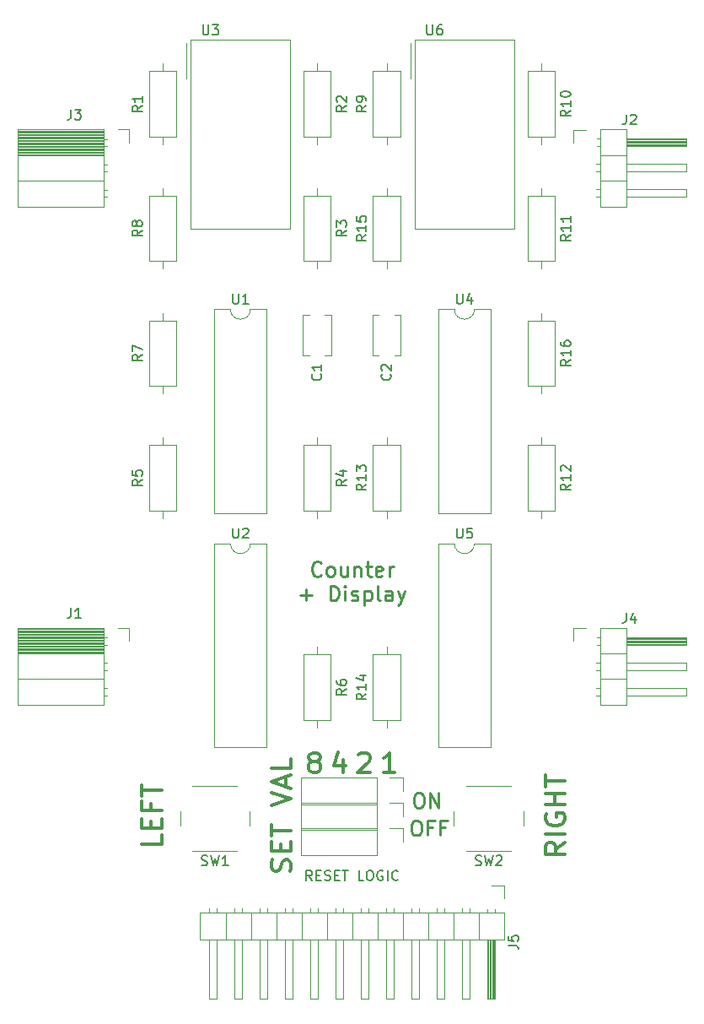
<source format=gto>
G04 #@! TF.GenerationSoftware,KiCad,Pcbnew,6.0.1-79c1e3a40b~116~ubuntu21.04.1*
G04 #@! TF.CreationDate,2022-02-15T17:04:31-05:00*
G04 #@! TF.ProjectId,display_module,64697370-6c61-4795-9f6d-6f64756c652e,rev?*
G04 #@! TF.SameCoordinates,Original*
G04 #@! TF.FileFunction,Legend,Top*
G04 #@! TF.FilePolarity,Positive*
%FSLAX46Y46*%
G04 Gerber Fmt 4.6, Leading zero omitted, Abs format (unit mm)*
G04 Created by KiCad (PCBNEW 6.0.1-79c1e3a40b~116~ubuntu21.04.1) date 2022-02-15 17:04:31*
%MOMM*%
%LPD*%
G01*
G04 APERTURE LIST*
%ADD10C,0.225000*%
%ADD11C,0.300000*%
%ADD12C,0.150000*%
%ADD13C,0.120000*%
%ADD14R,1.700000X1.700000*%
%ADD15O,1.700000X1.700000*%
%ADD16R,1.500000X1.500000*%
%ADD17C,1.500000*%
%ADD18R,1.600000X1.600000*%
%ADD19O,1.600000X1.600000*%
%ADD20C,1.600000*%
%ADD21C,2.000000*%
G04 APERTURE END LIST*
D10*
X102321428Y-124928571D02*
X102607142Y-124928571D01*
X102750000Y-125000000D01*
X102892857Y-125142857D01*
X102964285Y-125428571D01*
X102964285Y-125928571D01*
X102892857Y-126214285D01*
X102750000Y-126357142D01*
X102607142Y-126428571D01*
X102321428Y-126428571D01*
X102178571Y-126357142D01*
X102035714Y-126214285D01*
X101964285Y-125928571D01*
X101964285Y-125428571D01*
X102035714Y-125142857D01*
X102178571Y-125000000D01*
X102321428Y-124928571D01*
X104107142Y-125642857D02*
X103607142Y-125642857D01*
X103607142Y-126428571D02*
X103607142Y-124928571D01*
X104321428Y-124928571D01*
X105392857Y-125642857D02*
X104892857Y-125642857D01*
X104892857Y-126428571D02*
X104892857Y-124928571D01*
X105607142Y-124928571D01*
D11*
X117404761Y-127166666D02*
X116452380Y-127833333D01*
X117404761Y-128309523D02*
X115404761Y-128309523D01*
X115404761Y-127547619D01*
X115500000Y-127357142D01*
X115595238Y-127261904D01*
X115785714Y-127166666D01*
X116071428Y-127166666D01*
X116261904Y-127261904D01*
X116357142Y-127357142D01*
X116452380Y-127547619D01*
X116452380Y-128309523D01*
X117404761Y-126309523D02*
X115404761Y-126309523D01*
X115500000Y-124309523D02*
X115404761Y-124500000D01*
X115404761Y-124785714D01*
X115500000Y-125071428D01*
X115690476Y-125261904D01*
X115880952Y-125357142D01*
X116261904Y-125452380D01*
X116547619Y-125452380D01*
X116928571Y-125357142D01*
X117119047Y-125261904D01*
X117309523Y-125071428D01*
X117404761Y-124785714D01*
X117404761Y-124595238D01*
X117309523Y-124309523D01*
X117214285Y-124214285D01*
X116547619Y-124214285D01*
X116547619Y-124595238D01*
X117404761Y-123357142D02*
X115404761Y-123357142D01*
X116357142Y-123357142D02*
X116357142Y-122214285D01*
X117404761Y-122214285D02*
X115404761Y-122214285D01*
X115404761Y-121547619D02*
X115404761Y-120404761D01*
X117404761Y-120976190D02*
X115404761Y-120976190D01*
X96678571Y-118345238D02*
X96773809Y-118250000D01*
X96964285Y-118154761D01*
X97440476Y-118154761D01*
X97630952Y-118250000D01*
X97726190Y-118345238D01*
X97821428Y-118535714D01*
X97821428Y-118726190D01*
X97726190Y-119011904D01*
X96583333Y-120154761D01*
X97821428Y-120154761D01*
D12*
X92000000Y-130952380D02*
X91666666Y-130476190D01*
X91428571Y-130952380D02*
X91428571Y-129952380D01*
X91809523Y-129952380D01*
X91904761Y-130000000D01*
X91952380Y-130047619D01*
X92000000Y-130142857D01*
X92000000Y-130285714D01*
X91952380Y-130380952D01*
X91904761Y-130428571D01*
X91809523Y-130476190D01*
X91428571Y-130476190D01*
X92428571Y-130428571D02*
X92761904Y-130428571D01*
X92904761Y-130952380D02*
X92428571Y-130952380D01*
X92428571Y-129952380D01*
X92904761Y-129952380D01*
X93285714Y-130904761D02*
X93428571Y-130952380D01*
X93666666Y-130952380D01*
X93761904Y-130904761D01*
X93809523Y-130857142D01*
X93857142Y-130761904D01*
X93857142Y-130666666D01*
X93809523Y-130571428D01*
X93761904Y-130523809D01*
X93666666Y-130476190D01*
X93476190Y-130428571D01*
X93380952Y-130380952D01*
X93333333Y-130333333D01*
X93285714Y-130238095D01*
X93285714Y-130142857D01*
X93333333Y-130047619D01*
X93380952Y-130000000D01*
X93476190Y-129952380D01*
X93714285Y-129952380D01*
X93857142Y-130000000D01*
X94285714Y-130428571D02*
X94619047Y-130428571D01*
X94761904Y-130952380D02*
X94285714Y-130952380D01*
X94285714Y-129952380D01*
X94761904Y-129952380D01*
X95047619Y-129952380D02*
X95619047Y-129952380D01*
X95333333Y-130952380D02*
X95333333Y-129952380D01*
X97190476Y-130952380D02*
X96714285Y-130952380D01*
X96714285Y-129952380D01*
X97714285Y-129952380D02*
X97904761Y-129952380D01*
X98000000Y-130000000D01*
X98095238Y-130095238D01*
X98142857Y-130285714D01*
X98142857Y-130619047D01*
X98095238Y-130809523D01*
X98000000Y-130904761D01*
X97904761Y-130952380D01*
X97714285Y-130952380D01*
X97619047Y-130904761D01*
X97523809Y-130809523D01*
X97476190Y-130619047D01*
X97476190Y-130285714D01*
X97523809Y-130095238D01*
X97619047Y-130000000D01*
X97714285Y-129952380D01*
X99095238Y-130000000D02*
X99000000Y-129952380D01*
X98857142Y-129952380D01*
X98714285Y-130000000D01*
X98619047Y-130095238D01*
X98571428Y-130190476D01*
X98523809Y-130380952D01*
X98523809Y-130523809D01*
X98571428Y-130714285D01*
X98619047Y-130809523D01*
X98714285Y-130904761D01*
X98857142Y-130952380D01*
X98952380Y-130952380D01*
X99095238Y-130904761D01*
X99142857Y-130857142D01*
X99142857Y-130523809D01*
X98952380Y-130523809D01*
X99571428Y-130952380D02*
X99571428Y-129952380D01*
X100619047Y-130857142D02*
X100571428Y-130904761D01*
X100428571Y-130952380D01*
X100333333Y-130952380D01*
X100190476Y-130904761D01*
X100095238Y-130809523D01*
X100047619Y-130714285D01*
X100000000Y-130523809D01*
X100000000Y-130380952D01*
X100047619Y-130190476D01*
X100095238Y-130095238D01*
X100190476Y-130000000D01*
X100333333Y-129952380D01*
X100428571Y-129952380D01*
X100571428Y-130000000D01*
X100619047Y-130047619D01*
D11*
X95130952Y-118821428D02*
X95130952Y-120154761D01*
X94654761Y-118059523D02*
X94178571Y-119488095D01*
X95416666Y-119488095D01*
D10*
X102571428Y-122178571D02*
X102857142Y-122178571D01*
X103000000Y-122250000D01*
X103142857Y-122392857D01*
X103214285Y-122678571D01*
X103214285Y-123178571D01*
X103142857Y-123464285D01*
X103000000Y-123607142D01*
X102857142Y-123678571D01*
X102571428Y-123678571D01*
X102428571Y-123607142D01*
X102285714Y-123464285D01*
X102214285Y-123178571D01*
X102214285Y-122678571D01*
X102285714Y-122392857D01*
X102428571Y-122250000D01*
X102571428Y-122178571D01*
X103857142Y-123678571D02*
X103857142Y-122178571D01*
X104714285Y-123678571D01*
X104714285Y-122178571D01*
D11*
X100321428Y-120154761D02*
X99178571Y-120154761D01*
X99750000Y-120154761D02*
X99750000Y-118154761D01*
X99559523Y-118440476D01*
X99369047Y-118630952D01*
X99178571Y-118726190D01*
X76904761Y-126404761D02*
X76904761Y-127357142D01*
X74904761Y-127357142D01*
X75857142Y-125738095D02*
X75857142Y-125071428D01*
X76904761Y-124785714D02*
X76904761Y-125738095D01*
X74904761Y-125738095D01*
X74904761Y-124785714D01*
X75857142Y-123261904D02*
X75857142Y-123928571D01*
X76904761Y-123928571D02*
X74904761Y-123928571D01*
X74904761Y-122976190D01*
X74904761Y-122500000D02*
X74904761Y-121357142D01*
X76904761Y-121928571D02*
X74904761Y-121928571D01*
X92059523Y-119011904D02*
X91869047Y-118916666D01*
X91773809Y-118821428D01*
X91678571Y-118630952D01*
X91678571Y-118535714D01*
X91773809Y-118345238D01*
X91869047Y-118250000D01*
X92059523Y-118154761D01*
X92440476Y-118154761D01*
X92630952Y-118250000D01*
X92726190Y-118345238D01*
X92821428Y-118535714D01*
X92821428Y-118630952D01*
X92726190Y-118821428D01*
X92630952Y-118916666D01*
X92440476Y-119011904D01*
X92059523Y-119011904D01*
X91869047Y-119107142D01*
X91773809Y-119202380D01*
X91678571Y-119392857D01*
X91678571Y-119773809D01*
X91773809Y-119964285D01*
X91869047Y-120059523D01*
X92059523Y-120154761D01*
X92440476Y-120154761D01*
X92630952Y-120059523D01*
X92726190Y-119964285D01*
X92821428Y-119773809D01*
X92821428Y-119392857D01*
X92726190Y-119202380D01*
X92630952Y-119107142D01*
X92440476Y-119011904D01*
X89809523Y-130023809D02*
X89904761Y-129738095D01*
X89904761Y-129261904D01*
X89809523Y-129071428D01*
X89714285Y-128976190D01*
X89523809Y-128880952D01*
X89333333Y-128880952D01*
X89142857Y-128976190D01*
X89047619Y-129071428D01*
X88952380Y-129261904D01*
X88857142Y-129642857D01*
X88761904Y-129833333D01*
X88666666Y-129928571D01*
X88476190Y-130023809D01*
X88285714Y-130023809D01*
X88095238Y-129928571D01*
X88000000Y-129833333D01*
X87904761Y-129642857D01*
X87904761Y-129166666D01*
X88000000Y-128880952D01*
X88857142Y-128023809D02*
X88857142Y-127357142D01*
X89904761Y-127071428D02*
X89904761Y-128023809D01*
X87904761Y-128023809D01*
X87904761Y-127071428D01*
X87904761Y-126500000D02*
X87904761Y-125357142D01*
X89904761Y-125928571D02*
X87904761Y-125928571D01*
X87904761Y-123452380D02*
X89904761Y-122785714D01*
X87904761Y-122119047D01*
X89333333Y-121547619D02*
X89333333Y-120595238D01*
X89904761Y-121738095D02*
X87904761Y-121071428D01*
X89904761Y-120404761D01*
X89904761Y-118785714D02*
X89904761Y-119738095D01*
X87904761Y-119738095D01*
D10*
X92892857Y-100328214D02*
X92821428Y-100399642D01*
X92607142Y-100471071D01*
X92464285Y-100471071D01*
X92250000Y-100399642D01*
X92107142Y-100256785D01*
X92035714Y-100113928D01*
X91964285Y-99828214D01*
X91964285Y-99613928D01*
X92035714Y-99328214D01*
X92107142Y-99185357D01*
X92250000Y-99042500D01*
X92464285Y-98971071D01*
X92607142Y-98971071D01*
X92821428Y-99042500D01*
X92892857Y-99113928D01*
X93750000Y-100471071D02*
X93607142Y-100399642D01*
X93535714Y-100328214D01*
X93464285Y-100185357D01*
X93464285Y-99756785D01*
X93535714Y-99613928D01*
X93607142Y-99542500D01*
X93750000Y-99471071D01*
X93964285Y-99471071D01*
X94107142Y-99542500D01*
X94178571Y-99613928D01*
X94250000Y-99756785D01*
X94250000Y-100185357D01*
X94178571Y-100328214D01*
X94107142Y-100399642D01*
X93964285Y-100471071D01*
X93750000Y-100471071D01*
X95535714Y-99471071D02*
X95535714Y-100471071D01*
X94892857Y-99471071D02*
X94892857Y-100256785D01*
X94964285Y-100399642D01*
X95107142Y-100471071D01*
X95321428Y-100471071D01*
X95464285Y-100399642D01*
X95535714Y-100328214D01*
X96250000Y-99471071D02*
X96250000Y-100471071D01*
X96250000Y-99613928D02*
X96321428Y-99542500D01*
X96464285Y-99471071D01*
X96678571Y-99471071D01*
X96821428Y-99542500D01*
X96892857Y-99685357D01*
X96892857Y-100471071D01*
X97392857Y-99471071D02*
X97964285Y-99471071D01*
X97607142Y-98971071D02*
X97607142Y-100256785D01*
X97678571Y-100399642D01*
X97821428Y-100471071D01*
X97964285Y-100471071D01*
X99035714Y-100399642D02*
X98892857Y-100471071D01*
X98607142Y-100471071D01*
X98464285Y-100399642D01*
X98392857Y-100256785D01*
X98392857Y-99685357D01*
X98464285Y-99542500D01*
X98607142Y-99471071D01*
X98892857Y-99471071D01*
X99035714Y-99542500D01*
X99107142Y-99685357D01*
X99107142Y-99828214D01*
X98392857Y-99971071D01*
X99750000Y-100471071D02*
X99750000Y-99471071D01*
X99750000Y-99756785D02*
X99821428Y-99613928D01*
X99892857Y-99542500D01*
X100035714Y-99471071D01*
X100178571Y-99471071D01*
X90821428Y-102314642D02*
X91964285Y-102314642D01*
X91392857Y-102886071D02*
X91392857Y-101743214D01*
X93821428Y-102886071D02*
X93821428Y-101386071D01*
X94178571Y-101386071D01*
X94392857Y-101457500D01*
X94535714Y-101600357D01*
X94607142Y-101743214D01*
X94678571Y-102028928D01*
X94678571Y-102243214D01*
X94607142Y-102528928D01*
X94535714Y-102671785D01*
X94392857Y-102814642D01*
X94178571Y-102886071D01*
X93821428Y-102886071D01*
X95321428Y-102886071D02*
X95321428Y-101886071D01*
X95321428Y-101386071D02*
X95250000Y-101457500D01*
X95321428Y-101528928D01*
X95392857Y-101457500D01*
X95321428Y-101386071D01*
X95321428Y-101528928D01*
X95964285Y-102814642D02*
X96107142Y-102886071D01*
X96392857Y-102886071D01*
X96535714Y-102814642D01*
X96607142Y-102671785D01*
X96607142Y-102600357D01*
X96535714Y-102457500D01*
X96392857Y-102386071D01*
X96178571Y-102386071D01*
X96035714Y-102314642D01*
X95964285Y-102171785D01*
X95964285Y-102100357D01*
X96035714Y-101957500D01*
X96178571Y-101886071D01*
X96392857Y-101886071D01*
X96535714Y-101957500D01*
X97250000Y-101886071D02*
X97250000Y-103386071D01*
X97250000Y-101957500D02*
X97392857Y-101886071D01*
X97678571Y-101886071D01*
X97821428Y-101957500D01*
X97892857Y-102028928D01*
X97964285Y-102171785D01*
X97964285Y-102600357D01*
X97892857Y-102743214D01*
X97821428Y-102814642D01*
X97678571Y-102886071D01*
X97392857Y-102886071D01*
X97250000Y-102814642D01*
X98821428Y-102886071D02*
X98678571Y-102814642D01*
X98607142Y-102671785D01*
X98607142Y-101386071D01*
X100035714Y-102886071D02*
X100035714Y-102100357D01*
X99964285Y-101957500D01*
X99821428Y-101886071D01*
X99535714Y-101886071D01*
X99392857Y-101957500D01*
X100035714Y-102814642D02*
X99892857Y-102886071D01*
X99535714Y-102886071D01*
X99392857Y-102814642D01*
X99321428Y-102671785D01*
X99321428Y-102528928D01*
X99392857Y-102386071D01*
X99535714Y-102314642D01*
X99892857Y-102314642D01*
X100035714Y-102243214D01*
X100607142Y-101886071D02*
X100964285Y-102886071D01*
X101321428Y-101886071D02*
X100964285Y-102886071D01*
X100821428Y-103243214D01*
X100750000Y-103314642D01*
X100607142Y-103386071D01*
D12*
X123551666Y-54142380D02*
X123551666Y-54856666D01*
X123504047Y-54999523D01*
X123408809Y-55094761D01*
X123265952Y-55142380D01*
X123170714Y-55142380D01*
X123980238Y-54237619D02*
X124027857Y-54190000D01*
X124123095Y-54142380D01*
X124361190Y-54142380D01*
X124456428Y-54190000D01*
X124504047Y-54237619D01*
X124551666Y-54332857D01*
X124551666Y-54428095D01*
X124504047Y-54570952D01*
X123932619Y-55142380D01*
X124551666Y-55142380D01*
X67786666Y-53642380D02*
X67786666Y-54356666D01*
X67739047Y-54499523D01*
X67643809Y-54594761D01*
X67500952Y-54642380D01*
X67405714Y-54642380D01*
X68167619Y-53642380D02*
X68786666Y-53642380D01*
X68453333Y-54023333D01*
X68596190Y-54023333D01*
X68691428Y-54070952D01*
X68739047Y-54118571D01*
X68786666Y-54213809D01*
X68786666Y-54451904D01*
X68739047Y-54547142D01*
X68691428Y-54594761D01*
X68596190Y-54642380D01*
X68310476Y-54642380D01*
X68215238Y-54594761D01*
X68167619Y-54547142D01*
X123551666Y-104142380D02*
X123551666Y-104856666D01*
X123504047Y-104999523D01*
X123408809Y-105094761D01*
X123265952Y-105142380D01*
X123170714Y-105142380D01*
X124456428Y-104475714D02*
X124456428Y-105142380D01*
X124218333Y-104094761D02*
X123980238Y-104809047D01*
X124599285Y-104809047D01*
X111720380Y-137468333D02*
X112434666Y-137468333D01*
X112577523Y-137515952D01*
X112672761Y-137611190D01*
X112720380Y-137754047D01*
X112720380Y-137849285D01*
X111720380Y-136515952D02*
X111720380Y-136992142D01*
X112196571Y-137039761D01*
X112148952Y-136992142D01*
X112101333Y-136896904D01*
X112101333Y-136658809D01*
X112148952Y-136563571D01*
X112196571Y-136515952D01*
X112291809Y-136468333D01*
X112529904Y-136468333D01*
X112625142Y-136515952D01*
X112672761Y-136563571D01*
X112720380Y-136658809D01*
X112720380Y-136896904D01*
X112672761Y-136992142D01*
X112625142Y-137039761D01*
X103538095Y-45152380D02*
X103538095Y-45961904D01*
X103585714Y-46057142D01*
X103633333Y-46104761D01*
X103728571Y-46152380D01*
X103919047Y-46152380D01*
X104014285Y-46104761D01*
X104061904Y-46057142D01*
X104109523Y-45961904D01*
X104109523Y-45152380D01*
X105014285Y-45152380D02*
X104823809Y-45152380D01*
X104728571Y-45200000D01*
X104680952Y-45247619D01*
X104585714Y-45390476D01*
X104538095Y-45580952D01*
X104538095Y-45961904D01*
X104585714Y-46057142D01*
X104633333Y-46104761D01*
X104728571Y-46152380D01*
X104919047Y-46152380D01*
X105014285Y-46104761D01*
X105061904Y-46057142D01*
X105109523Y-45961904D01*
X105109523Y-45723809D01*
X105061904Y-45628571D01*
X105014285Y-45580952D01*
X104919047Y-45533333D01*
X104728571Y-45533333D01*
X104633333Y-45580952D01*
X104585714Y-45628571D01*
X104538095Y-45723809D01*
X106548095Y-72122380D02*
X106548095Y-72931904D01*
X106595714Y-73027142D01*
X106643333Y-73074761D01*
X106738571Y-73122380D01*
X106929047Y-73122380D01*
X107024285Y-73074761D01*
X107071904Y-73027142D01*
X107119523Y-72931904D01*
X107119523Y-72122380D01*
X108024285Y-72455714D02*
X108024285Y-73122380D01*
X107786190Y-72074761D02*
X107548095Y-72789047D01*
X108167142Y-72789047D01*
X106548095Y-95622380D02*
X106548095Y-96431904D01*
X106595714Y-96527142D01*
X106643333Y-96574761D01*
X106738571Y-96622380D01*
X106929047Y-96622380D01*
X107024285Y-96574761D01*
X107071904Y-96527142D01*
X107119523Y-96431904D01*
X107119523Y-95622380D01*
X108071904Y-95622380D02*
X107595714Y-95622380D01*
X107548095Y-96098571D01*
X107595714Y-96050952D01*
X107690952Y-96003333D01*
X107929047Y-96003333D01*
X108024285Y-96050952D01*
X108071904Y-96098571D01*
X108119523Y-96193809D01*
X108119523Y-96431904D01*
X108071904Y-96527142D01*
X108024285Y-96574761D01*
X107929047Y-96622380D01*
X107690952Y-96622380D01*
X107595714Y-96574761D01*
X107548095Y-96527142D01*
X97452380Y-53246666D02*
X96976190Y-53580000D01*
X97452380Y-53818095D02*
X96452380Y-53818095D01*
X96452380Y-53437142D01*
X96500000Y-53341904D01*
X96547619Y-53294285D01*
X96642857Y-53246666D01*
X96785714Y-53246666D01*
X96880952Y-53294285D01*
X96928571Y-53341904D01*
X96976190Y-53437142D01*
X96976190Y-53818095D01*
X97452380Y-52770476D02*
X97452380Y-52580000D01*
X97404761Y-52484761D01*
X97357142Y-52437142D01*
X97214285Y-52341904D01*
X97023809Y-52294285D01*
X96642857Y-52294285D01*
X96547619Y-52341904D01*
X96500000Y-52389523D01*
X96452380Y-52484761D01*
X96452380Y-52675238D01*
X96500000Y-52770476D01*
X96547619Y-52818095D01*
X96642857Y-52865714D01*
X96880952Y-52865714D01*
X96976190Y-52818095D01*
X97023809Y-52770476D01*
X97071428Y-52675238D01*
X97071428Y-52484761D01*
X97023809Y-52389523D01*
X96976190Y-52341904D01*
X96880952Y-52294285D01*
X117952380Y-53722857D02*
X117476190Y-54056190D01*
X117952380Y-54294285D02*
X116952380Y-54294285D01*
X116952380Y-53913333D01*
X117000000Y-53818095D01*
X117047619Y-53770476D01*
X117142857Y-53722857D01*
X117285714Y-53722857D01*
X117380952Y-53770476D01*
X117428571Y-53818095D01*
X117476190Y-53913333D01*
X117476190Y-54294285D01*
X117952380Y-52770476D02*
X117952380Y-53341904D01*
X117952380Y-53056190D02*
X116952380Y-53056190D01*
X117095238Y-53151428D01*
X117190476Y-53246666D01*
X117238095Y-53341904D01*
X116952380Y-52151428D02*
X116952380Y-52056190D01*
X117000000Y-51960952D01*
X117047619Y-51913333D01*
X117142857Y-51865714D01*
X117333333Y-51818095D01*
X117571428Y-51818095D01*
X117761904Y-51865714D01*
X117857142Y-51913333D01*
X117904761Y-51960952D01*
X117952380Y-52056190D01*
X117952380Y-52151428D01*
X117904761Y-52246666D01*
X117857142Y-52294285D01*
X117761904Y-52341904D01*
X117571428Y-52389523D01*
X117333333Y-52389523D01*
X117142857Y-52341904D01*
X117047619Y-52294285D01*
X117000000Y-52246666D01*
X116952380Y-52151428D01*
X117952380Y-66222857D02*
X117476190Y-66556190D01*
X117952380Y-66794285D02*
X116952380Y-66794285D01*
X116952380Y-66413333D01*
X117000000Y-66318095D01*
X117047619Y-66270476D01*
X117142857Y-66222857D01*
X117285714Y-66222857D01*
X117380952Y-66270476D01*
X117428571Y-66318095D01*
X117476190Y-66413333D01*
X117476190Y-66794285D01*
X117952380Y-65270476D02*
X117952380Y-65841904D01*
X117952380Y-65556190D02*
X116952380Y-65556190D01*
X117095238Y-65651428D01*
X117190476Y-65746666D01*
X117238095Y-65841904D01*
X117952380Y-64318095D02*
X117952380Y-64889523D01*
X117952380Y-64603809D02*
X116952380Y-64603809D01*
X117095238Y-64699047D01*
X117190476Y-64794285D01*
X117238095Y-64889523D01*
X117952380Y-91222857D02*
X117476190Y-91556190D01*
X117952380Y-91794285D02*
X116952380Y-91794285D01*
X116952380Y-91413333D01*
X117000000Y-91318095D01*
X117047619Y-91270476D01*
X117142857Y-91222857D01*
X117285714Y-91222857D01*
X117380952Y-91270476D01*
X117428571Y-91318095D01*
X117476190Y-91413333D01*
X117476190Y-91794285D01*
X117952380Y-90270476D02*
X117952380Y-90841904D01*
X117952380Y-90556190D02*
X116952380Y-90556190D01*
X117095238Y-90651428D01*
X117190476Y-90746666D01*
X117238095Y-90841904D01*
X117047619Y-89889523D02*
X117000000Y-89841904D01*
X116952380Y-89746666D01*
X116952380Y-89508571D01*
X117000000Y-89413333D01*
X117047619Y-89365714D01*
X117142857Y-89318095D01*
X117238095Y-89318095D01*
X117380952Y-89365714D01*
X117952380Y-89937142D01*
X117952380Y-89318095D01*
X97452380Y-91222857D02*
X96976190Y-91556190D01*
X97452380Y-91794285D02*
X96452380Y-91794285D01*
X96452380Y-91413333D01*
X96500000Y-91318095D01*
X96547619Y-91270476D01*
X96642857Y-91222857D01*
X96785714Y-91222857D01*
X96880952Y-91270476D01*
X96928571Y-91318095D01*
X96976190Y-91413333D01*
X96976190Y-91794285D01*
X97452380Y-90270476D02*
X97452380Y-90841904D01*
X97452380Y-90556190D02*
X96452380Y-90556190D01*
X96595238Y-90651428D01*
X96690476Y-90746666D01*
X96738095Y-90841904D01*
X96452380Y-89937142D02*
X96452380Y-89318095D01*
X96833333Y-89651428D01*
X96833333Y-89508571D01*
X96880952Y-89413333D01*
X96928571Y-89365714D01*
X97023809Y-89318095D01*
X97261904Y-89318095D01*
X97357142Y-89365714D01*
X97404761Y-89413333D01*
X97452380Y-89508571D01*
X97452380Y-89794285D01*
X97404761Y-89889523D01*
X97357142Y-89937142D01*
X97452380Y-66222857D02*
X96976190Y-66556190D01*
X97452380Y-66794285D02*
X96452380Y-66794285D01*
X96452380Y-66413333D01*
X96500000Y-66318095D01*
X96547619Y-66270476D01*
X96642857Y-66222857D01*
X96785714Y-66222857D01*
X96880952Y-66270476D01*
X96928571Y-66318095D01*
X96976190Y-66413333D01*
X96976190Y-66794285D01*
X97452380Y-65270476D02*
X97452380Y-65841904D01*
X97452380Y-65556190D02*
X96452380Y-65556190D01*
X96595238Y-65651428D01*
X96690476Y-65746666D01*
X96738095Y-65841904D01*
X96452380Y-64365714D02*
X96452380Y-64841904D01*
X96928571Y-64889523D01*
X96880952Y-64841904D01*
X96833333Y-64746666D01*
X96833333Y-64508571D01*
X96880952Y-64413333D01*
X96928571Y-64365714D01*
X97023809Y-64318095D01*
X97261904Y-64318095D01*
X97357142Y-64365714D01*
X97404761Y-64413333D01*
X97452380Y-64508571D01*
X97452380Y-64746666D01*
X97404761Y-64841904D01*
X97357142Y-64889523D01*
X74952380Y-53246666D02*
X74476190Y-53580000D01*
X74952380Y-53818095D02*
X73952380Y-53818095D01*
X73952380Y-53437142D01*
X74000000Y-53341904D01*
X74047619Y-53294285D01*
X74142857Y-53246666D01*
X74285714Y-53246666D01*
X74380952Y-53294285D01*
X74428571Y-53341904D01*
X74476190Y-53437142D01*
X74476190Y-53818095D01*
X74952380Y-52294285D02*
X74952380Y-52865714D01*
X74952380Y-52580000D02*
X73952380Y-52580000D01*
X74095238Y-52675238D01*
X74190476Y-52770476D01*
X74238095Y-52865714D01*
X95452380Y-53246666D02*
X94976190Y-53580000D01*
X95452380Y-53818095D02*
X94452380Y-53818095D01*
X94452380Y-53437142D01*
X94500000Y-53341904D01*
X94547619Y-53294285D01*
X94642857Y-53246666D01*
X94785714Y-53246666D01*
X94880952Y-53294285D01*
X94928571Y-53341904D01*
X94976190Y-53437142D01*
X94976190Y-53818095D01*
X94547619Y-52865714D02*
X94500000Y-52818095D01*
X94452380Y-52722857D01*
X94452380Y-52484761D01*
X94500000Y-52389523D01*
X94547619Y-52341904D01*
X94642857Y-52294285D01*
X94738095Y-52294285D01*
X94880952Y-52341904D01*
X95452380Y-52913333D01*
X95452380Y-52294285D01*
X95452380Y-65746666D02*
X94976190Y-66080000D01*
X95452380Y-66318095D02*
X94452380Y-66318095D01*
X94452380Y-65937142D01*
X94500000Y-65841904D01*
X94547619Y-65794285D01*
X94642857Y-65746666D01*
X94785714Y-65746666D01*
X94880952Y-65794285D01*
X94928571Y-65841904D01*
X94976190Y-65937142D01*
X94976190Y-66318095D01*
X94452380Y-65413333D02*
X94452380Y-64794285D01*
X94833333Y-65127619D01*
X94833333Y-64984761D01*
X94880952Y-64889523D01*
X94928571Y-64841904D01*
X95023809Y-64794285D01*
X95261904Y-64794285D01*
X95357142Y-64841904D01*
X95404761Y-64889523D01*
X95452380Y-64984761D01*
X95452380Y-65270476D01*
X95404761Y-65365714D01*
X95357142Y-65413333D01*
X95452380Y-90746666D02*
X94976190Y-91080000D01*
X95452380Y-91318095D02*
X94452380Y-91318095D01*
X94452380Y-90937142D01*
X94500000Y-90841904D01*
X94547619Y-90794285D01*
X94642857Y-90746666D01*
X94785714Y-90746666D01*
X94880952Y-90794285D01*
X94928571Y-90841904D01*
X94976190Y-90937142D01*
X94976190Y-91318095D01*
X94785714Y-89889523D02*
X95452380Y-89889523D01*
X94404761Y-90127619D02*
X95119047Y-90365714D01*
X95119047Y-89746666D01*
X74952380Y-90746666D02*
X74476190Y-91080000D01*
X74952380Y-91318095D02*
X73952380Y-91318095D01*
X73952380Y-90937142D01*
X74000000Y-90841904D01*
X74047619Y-90794285D01*
X74142857Y-90746666D01*
X74285714Y-90746666D01*
X74380952Y-90794285D01*
X74428571Y-90841904D01*
X74476190Y-90937142D01*
X74476190Y-91318095D01*
X73952380Y-89841904D02*
X73952380Y-90318095D01*
X74428571Y-90365714D01*
X74380952Y-90318095D01*
X74333333Y-90222857D01*
X74333333Y-89984761D01*
X74380952Y-89889523D01*
X74428571Y-89841904D01*
X74523809Y-89794285D01*
X74761904Y-89794285D01*
X74857142Y-89841904D01*
X74904761Y-89889523D01*
X74952380Y-89984761D01*
X74952380Y-90222857D01*
X74904761Y-90318095D01*
X74857142Y-90365714D01*
X74952380Y-78246666D02*
X74476190Y-78580000D01*
X74952380Y-78818095D02*
X73952380Y-78818095D01*
X73952380Y-78437142D01*
X74000000Y-78341904D01*
X74047619Y-78294285D01*
X74142857Y-78246666D01*
X74285714Y-78246666D01*
X74380952Y-78294285D01*
X74428571Y-78341904D01*
X74476190Y-78437142D01*
X74476190Y-78818095D01*
X73952380Y-77913333D02*
X73952380Y-77246666D01*
X74952380Y-77675238D01*
X74952380Y-65746666D02*
X74476190Y-66080000D01*
X74952380Y-66318095D02*
X73952380Y-66318095D01*
X73952380Y-65937142D01*
X74000000Y-65841904D01*
X74047619Y-65794285D01*
X74142857Y-65746666D01*
X74285714Y-65746666D01*
X74380952Y-65794285D01*
X74428571Y-65841904D01*
X74476190Y-65937142D01*
X74476190Y-66318095D01*
X74380952Y-65175238D02*
X74333333Y-65270476D01*
X74285714Y-65318095D01*
X74190476Y-65365714D01*
X74142857Y-65365714D01*
X74047619Y-65318095D01*
X74000000Y-65270476D01*
X73952380Y-65175238D01*
X73952380Y-64984761D01*
X74000000Y-64889523D01*
X74047619Y-64841904D01*
X74142857Y-64794285D01*
X74190476Y-64794285D01*
X74285714Y-64841904D01*
X74333333Y-64889523D01*
X74380952Y-64984761D01*
X74380952Y-65175238D01*
X74428571Y-65270476D01*
X74476190Y-65318095D01*
X74571428Y-65365714D01*
X74761904Y-65365714D01*
X74857142Y-65318095D01*
X74904761Y-65270476D01*
X74952380Y-65175238D01*
X74952380Y-64984761D01*
X74904761Y-64889523D01*
X74857142Y-64841904D01*
X74761904Y-64794285D01*
X74571428Y-64794285D01*
X74476190Y-64841904D01*
X74428571Y-64889523D01*
X74380952Y-64984761D01*
X80916666Y-129404761D02*
X81059523Y-129452380D01*
X81297619Y-129452380D01*
X81392857Y-129404761D01*
X81440476Y-129357142D01*
X81488095Y-129261904D01*
X81488095Y-129166666D01*
X81440476Y-129071428D01*
X81392857Y-129023809D01*
X81297619Y-128976190D01*
X81107142Y-128928571D01*
X81011904Y-128880952D01*
X80964285Y-128833333D01*
X80916666Y-128738095D01*
X80916666Y-128642857D01*
X80964285Y-128547619D01*
X81011904Y-128500000D01*
X81107142Y-128452380D01*
X81345238Y-128452380D01*
X81488095Y-128500000D01*
X81821428Y-128452380D02*
X82059523Y-129452380D01*
X82250000Y-128738095D01*
X82440476Y-129452380D01*
X82678571Y-128452380D01*
X83583333Y-129452380D02*
X83011904Y-129452380D01*
X83297619Y-129452380D02*
X83297619Y-128452380D01*
X83202380Y-128595238D01*
X83107142Y-128690476D01*
X83011904Y-128738095D01*
X108416666Y-129404761D02*
X108559523Y-129452380D01*
X108797619Y-129452380D01*
X108892857Y-129404761D01*
X108940476Y-129357142D01*
X108988095Y-129261904D01*
X108988095Y-129166666D01*
X108940476Y-129071428D01*
X108892857Y-129023809D01*
X108797619Y-128976190D01*
X108607142Y-128928571D01*
X108511904Y-128880952D01*
X108464285Y-128833333D01*
X108416666Y-128738095D01*
X108416666Y-128642857D01*
X108464285Y-128547619D01*
X108511904Y-128500000D01*
X108607142Y-128452380D01*
X108845238Y-128452380D01*
X108988095Y-128500000D01*
X109321428Y-128452380D02*
X109559523Y-129452380D01*
X109750000Y-128738095D01*
X109940476Y-129452380D01*
X110178571Y-128452380D01*
X110511904Y-128547619D02*
X110559523Y-128500000D01*
X110654761Y-128452380D01*
X110892857Y-128452380D01*
X110988095Y-128500000D01*
X111035714Y-128547619D01*
X111083333Y-128642857D01*
X111083333Y-128738095D01*
X111035714Y-128880952D01*
X110464285Y-129452380D01*
X111083333Y-129452380D01*
X84048095Y-72122380D02*
X84048095Y-72931904D01*
X84095714Y-73027142D01*
X84143333Y-73074761D01*
X84238571Y-73122380D01*
X84429047Y-73122380D01*
X84524285Y-73074761D01*
X84571904Y-73027142D01*
X84619523Y-72931904D01*
X84619523Y-72122380D01*
X85619523Y-73122380D02*
X85048095Y-73122380D01*
X85333809Y-73122380D02*
X85333809Y-72122380D01*
X85238571Y-72265238D01*
X85143333Y-72360476D01*
X85048095Y-72408095D01*
X84048095Y-95622380D02*
X84048095Y-96431904D01*
X84095714Y-96527142D01*
X84143333Y-96574761D01*
X84238571Y-96622380D01*
X84429047Y-96622380D01*
X84524285Y-96574761D01*
X84571904Y-96527142D01*
X84619523Y-96431904D01*
X84619523Y-95622380D01*
X85048095Y-95717619D02*
X85095714Y-95670000D01*
X85190952Y-95622380D01*
X85429047Y-95622380D01*
X85524285Y-95670000D01*
X85571904Y-95717619D01*
X85619523Y-95812857D01*
X85619523Y-95908095D01*
X85571904Y-96050952D01*
X85000476Y-96622380D01*
X85619523Y-96622380D01*
X81038095Y-45152380D02*
X81038095Y-45961904D01*
X81085714Y-46057142D01*
X81133333Y-46104761D01*
X81228571Y-46152380D01*
X81419047Y-46152380D01*
X81514285Y-46104761D01*
X81561904Y-46057142D01*
X81609523Y-45961904D01*
X81609523Y-45152380D01*
X81990476Y-45152380D02*
X82609523Y-45152380D01*
X82276190Y-45533333D01*
X82419047Y-45533333D01*
X82514285Y-45580952D01*
X82561904Y-45628571D01*
X82609523Y-45723809D01*
X82609523Y-45961904D01*
X82561904Y-46057142D01*
X82514285Y-46104761D01*
X82419047Y-46152380D01*
X82133333Y-46152380D01*
X82038095Y-46104761D01*
X81990476Y-46057142D01*
X92857142Y-80166666D02*
X92904761Y-80214285D01*
X92952380Y-80357142D01*
X92952380Y-80452380D01*
X92904761Y-80595238D01*
X92809523Y-80690476D01*
X92714285Y-80738095D01*
X92523809Y-80785714D01*
X92380952Y-80785714D01*
X92190476Y-80738095D01*
X92095238Y-80690476D01*
X92000000Y-80595238D01*
X91952380Y-80452380D01*
X91952380Y-80357142D01*
X92000000Y-80214285D01*
X92047619Y-80166666D01*
X92952380Y-79214285D02*
X92952380Y-79785714D01*
X92952380Y-79500000D02*
X91952380Y-79500000D01*
X92095238Y-79595238D01*
X92190476Y-79690476D01*
X92238095Y-79785714D01*
X99857142Y-80166666D02*
X99904761Y-80214285D01*
X99952380Y-80357142D01*
X99952380Y-80452380D01*
X99904761Y-80595238D01*
X99809523Y-80690476D01*
X99714285Y-80738095D01*
X99523809Y-80785714D01*
X99380952Y-80785714D01*
X99190476Y-80738095D01*
X99095238Y-80690476D01*
X99000000Y-80595238D01*
X98952380Y-80452380D01*
X98952380Y-80357142D01*
X99000000Y-80214285D01*
X99047619Y-80166666D01*
X99047619Y-79785714D02*
X99000000Y-79738095D01*
X98952380Y-79642857D01*
X98952380Y-79404761D01*
X99000000Y-79309523D01*
X99047619Y-79261904D01*
X99142857Y-79214285D01*
X99238095Y-79214285D01*
X99380952Y-79261904D01*
X99952380Y-79833333D01*
X99952380Y-79214285D01*
X95452380Y-111746666D02*
X94976190Y-112080000D01*
X95452380Y-112318095D02*
X94452380Y-112318095D01*
X94452380Y-111937142D01*
X94500000Y-111841904D01*
X94547619Y-111794285D01*
X94642857Y-111746666D01*
X94785714Y-111746666D01*
X94880952Y-111794285D01*
X94928571Y-111841904D01*
X94976190Y-111937142D01*
X94976190Y-112318095D01*
X94452380Y-110889523D02*
X94452380Y-111080000D01*
X94500000Y-111175238D01*
X94547619Y-111222857D01*
X94690476Y-111318095D01*
X94880952Y-111365714D01*
X95261904Y-111365714D01*
X95357142Y-111318095D01*
X95404761Y-111270476D01*
X95452380Y-111175238D01*
X95452380Y-110984761D01*
X95404761Y-110889523D01*
X95357142Y-110841904D01*
X95261904Y-110794285D01*
X95023809Y-110794285D01*
X94928571Y-110841904D01*
X94880952Y-110889523D01*
X94833333Y-110984761D01*
X94833333Y-111175238D01*
X94880952Y-111270476D01*
X94928571Y-111318095D01*
X95023809Y-111365714D01*
X97452380Y-112222857D02*
X96976190Y-112556190D01*
X97452380Y-112794285D02*
X96452380Y-112794285D01*
X96452380Y-112413333D01*
X96500000Y-112318095D01*
X96547619Y-112270476D01*
X96642857Y-112222857D01*
X96785714Y-112222857D01*
X96880952Y-112270476D01*
X96928571Y-112318095D01*
X96976190Y-112413333D01*
X96976190Y-112794285D01*
X97452380Y-111270476D02*
X97452380Y-111841904D01*
X97452380Y-111556190D02*
X96452380Y-111556190D01*
X96595238Y-111651428D01*
X96690476Y-111746666D01*
X96738095Y-111841904D01*
X96785714Y-110413333D02*
X97452380Y-110413333D01*
X96404761Y-110651428D02*
X97119047Y-110889523D01*
X97119047Y-110270476D01*
X67786666Y-103642380D02*
X67786666Y-104356666D01*
X67739047Y-104499523D01*
X67643809Y-104594761D01*
X67500952Y-104642380D01*
X67405714Y-104642380D01*
X68786666Y-104642380D02*
X68215238Y-104642380D01*
X68500952Y-104642380D02*
X68500952Y-103642380D01*
X68405714Y-103785238D01*
X68310476Y-103880476D01*
X68215238Y-103928095D01*
X117952380Y-78722857D02*
X117476190Y-79056190D01*
X117952380Y-79294285D02*
X116952380Y-79294285D01*
X116952380Y-78913333D01*
X117000000Y-78818095D01*
X117047619Y-78770476D01*
X117142857Y-78722857D01*
X117285714Y-78722857D01*
X117380952Y-78770476D01*
X117428571Y-78818095D01*
X117476190Y-78913333D01*
X117476190Y-79294285D01*
X117952380Y-77770476D02*
X117952380Y-78341904D01*
X117952380Y-78056190D02*
X116952380Y-78056190D01*
X117095238Y-78151428D01*
X117190476Y-78246666D01*
X117238095Y-78341904D01*
X116952380Y-76913333D02*
X116952380Y-77103809D01*
X117000000Y-77199047D01*
X117047619Y-77246666D01*
X117190476Y-77341904D01*
X117380952Y-77389523D01*
X117761904Y-77389523D01*
X117857142Y-77341904D01*
X117904761Y-77294285D01*
X117952380Y-77199047D01*
X117952380Y-77008571D01*
X117904761Y-76913333D01*
X117857142Y-76865714D01*
X117761904Y-76818095D01*
X117523809Y-76818095D01*
X117428571Y-76865714D01*
X117380952Y-76913333D01*
X117333333Y-77008571D01*
X117333333Y-77199047D01*
X117380952Y-77294285D01*
X117428571Y-77341904D01*
X117523809Y-77389523D01*
D13*
X123600000Y-57240000D02*
X129600000Y-57240000D01*
X123600000Y-61660000D02*
X129600000Y-61660000D01*
X123600000Y-56580000D02*
X129600000Y-56580000D01*
X129600000Y-59120000D02*
X129600000Y-59880000D01*
X123600000Y-56640000D02*
X129600000Y-56640000D01*
X123600000Y-59120000D02*
X129600000Y-59120000D01*
X129600000Y-61660000D02*
X129600000Y-62420000D01*
X123600000Y-57120000D02*
X129600000Y-57120000D01*
X120940000Y-63370000D02*
X123600000Y-63370000D01*
X120542929Y-59880000D02*
X120940000Y-59880000D01*
X129600000Y-59880000D02*
X123600000Y-59880000D01*
X120940000Y-55630000D02*
X120940000Y-63370000D01*
X120610000Y-57340000D02*
X120940000Y-57340000D01*
X123600000Y-56760000D02*
X129600000Y-56760000D01*
X129600000Y-62420000D02*
X123600000Y-62420000D01*
X120940000Y-58230000D02*
X123600000Y-58230000D01*
X120940000Y-60770000D02*
X123600000Y-60770000D01*
X129600000Y-56580000D02*
X129600000Y-57340000D01*
X123600000Y-63370000D02*
X123600000Y-55630000D01*
X123600000Y-55630000D02*
X120940000Y-55630000D01*
X123600000Y-56880000D02*
X129600000Y-56880000D01*
X129600000Y-57340000D02*
X123600000Y-57340000D01*
X118230000Y-56960000D02*
X118230000Y-55690000D01*
X120610000Y-56580000D02*
X120940000Y-56580000D01*
X120542929Y-62420000D02*
X120940000Y-62420000D01*
X120542929Y-61660000D02*
X120940000Y-61660000D01*
X123600000Y-57000000D02*
X129600000Y-57000000D01*
X118230000Y-55690000D02*
X119500000Y-55690000D01*
X120542929Y-59120000D02*
X120940000Y-59120000D01*
X72500000Y-55630000D02*
X73610000Y-55630000D01*
X71040000Y-59860000D02*
X71450000Y-59860000D01*
X62410000Y-55630000D02*
X71040000Y-55630000D01*
X62410000Y-55986190D02*
X71040000Y-55986190D01*
X62410000Y-57757615D02*
X71040000Y-57757615D01*
X62410000Y-63370000D02*
X71040000Y-63370000D01*
X71040000Y-59140000D02*
X71450000Y-59140000D01*
X62410000Y-57639520D02*
X71040000Y-57639520D01*
X62410000Y-57403330D02*
X71040000Y-57403330D01*
X62410000Y-56222380D02*
X71040000Y-56222380D01*
X62410000Y-57049045D02*
X71040000Y-57049045D01*
X62410000Y-56576665D02*
X71040000Y-56576665D01*
X62410000Y-58111900D02*
X71040000Y-58111900D01*
X62410000Y-57521425D02*
X71040000Y-57521425D01*
X62410000Y-56694760D02*
X71040000Y-56694760D01*
X62410000Y-58230000D02*
X71040000Y-58230000D01*
X62410000Y-56340475D02*
X71040000Y-56340475D01*
X62410000Y-56930950D02*
X71040000Y-56930950D01*
X62410000Y-55630000D02*
X62410000Y-63370000D01*
X62410000Y-57167140D02*
X71040000Y-57167140D01*
X62410000Y-56104285D02*
X71040000Y-56104285D01*
X62410000Y-55750000D02*
X71040000Y-55750000D01*
X62410000Y-55868095D02*
X71040000Y-55868095D01*
X62410000Y-57875710D02*
X71040000Y-57875710D01*
X71040000Y-55630000D02*
X71040000Y-63370000D01*
X71040000Y-61680000D02*
X71450000Y-61680000D01*
X62410000Y-57285235D02*
X71040000Y-57285235D01*
X62410000Y-57993805D02*
X71040000Y-57993805D01*
X71040000Y-62400000D02*
X71450000Y-62400000D01*
X62410000Y-56458570D02*
X71040000Y-56458570D01*
X62410000Y-60770000D02*
X71040000Y-60770000D01*
X71040000Y-56600000D02*
X71390000Y-56600000D01*
X71040000Y-57320000D02*
X71390000Y-57320000D01*
X73610000Y-55630000D02*
X73610000Y-56960000D01*
X62410000Y-56812855D02*
X71040000Y-56812855D01*
X123600000Y-107120000D02*
X129600000Y-107120000D01*
X120940000Y-105630000D02*
X120940000Y-113370000D01*
X120610000Y-107340000D02*
X120940000Y-107340000D01*
X120542929Y-109120000D02*
X120940000Y-109120000D01*
X123600000Y-109120000D02*
X129600000Y-109120000D01*
X123600000Y-111660000D02*
X129600000Y-111660000D01*
X129600000Y-106580000D02*
X129600000Y-107340000D01*
X118230000Y-105690000D02*
X119500000Y-105690000D01*
X123600000Y-105630000D02*
X120940000Y-105630000D01*
X123600000Y-106760000D02*
X129600000Y-106760000D01*
X120940000Y-108230000D02*
X123600000Y-108230000D01*
X120610000Y-106580000D02*
X120940000Y-106580000D01*
X120542929Y-112420000D02*
X120940000Y-112420000D01*
X123600000Y-106580000D02*
X129600000Y-106580000D01*
X120940000Y-113370000D02*
X123600000Y-113370000D01*
X129600000Y-109880000D02*
X123600000Y-109880000D01*
X120940000Y-110770000D02*
X123600000Y-110770000D01*
X129600000Y-109120000D02*
X129600000Y-109880000D01*
X123600000Y-107240000D02*
X129600000Y-107240000D01*
X129600000Y-112420000D02*
X123600000Y-112420000D01*
X118230000Y-106960000D02*
X118230000Y-105690000D01*
X120542929Y-109880000D02*
X120940000Y-109880000D01*
X123600000Y-106880000D02*
X129600000Y-106880000D01*
X123600000Y-113370000D02*
X123600000Y-105630000D01*
X123600000Y-106640000D02*
X129600000Y-106640000D01*
X129600000Y-111660000D02*
X129600000Y-112420000D01*
X123600000Y-107000000D02*
X129600000Y-107000000D01*
X120542929Y-111660000D02*
X120940000Y-111660000D01*
X129600000Y-107340000D02*
X123600000Y-107340000D01*
X80728000Y-136850000D02*
X111328000Y-136850000D01*
X86758000Y-133792929D02*
X86758000Y-134190000D01*
X92598000Y-133792929D02*
X92598000Y-134190000D01*
X87518000Y-142850000D02*
X86758000Y-142850000D01*
X81678000Y-142850000D02*
X81678000Y-136850000D01*
X104538000Y-133792929D02*
X104538000Y-134190000D01*
X96918000Y-133792929D02*
X96918000Y-134190000D01*
X111328000Y-136850000D02*
X111328000Y-134190000D01*
X84978000Y-136850000D02*
X84978000Y-142850000D01*
X100218000Y-136850000D02*
X100218000Y-142850000D01*
X88408000Y-134190000D02*
X88408000Y-136850000D01*
X82438000Y-142850000D02*
X81678000Y-142850000D01*
X87518000Y-136850000D02*
X87518000Y-142850000D01*
X99458000Y-142850000D02*
X99458000Y-136850000D01*
X100218000Y-142850000D02*
X99458000Y-142850000D01*
X90058000Y-133792929D02*
X90058000Y-134190000D01*
X107078000Y-133792929D02*
X107078000Y-134190000D01*
X83328000Y-134190000D02*
X83328000Y-136850000D01*
X86758000Y-142850000D02*
X86758000Y-136850000D01*
X109958000Y-136850000D02*
X109958000Y-142850000D01*
X97678000Y-133792929D02*
X97678000Y-134190000D01*
X110318000Y-136850000D02*
X110318000Y-142850000D01*
X80728000Y-134190000D02*
X80728000Y-136850000D01*
X87518000Y-133792929D02*
X87518000Y-134190000D01*
X94378000Y-142850000D02*
X94378000Y-136850000D01*
X95138000Y-136850000D02*
X95138000Y-142850000D01*
X107838000Y-136850000D02*
X107838000Y-142850000D01*
X96028000Y-134190000D02*
X96028000Y-136850000D01*
X89298000Y-133792929D02*
X89298000Y-134190000D01*
X102758000Y-142850000D02*
X101998000Y-142850000D01*
X100218000Y-133792929D02*
X100218000Y-134190000D01*
X91838000Y-142850000D02*
X91838000Y-136850000D01*
X85868000Y-134190000D02*
X85868000Y-136850000D01*
X102758000Y-136850000D02*
X102758000Y-142850000D01*
X110378000Y-133860000D02*
X110378000Y-134190000D01*
X90058000Y-142850000D02*
X89298000Y-142850000D01*
X105298000Y-142850000D02*
X104538000Y-142850000D01*
X92598000Y-142850000D02*
X91838000Y-142850000D01*
X110198000Y-136850000D02*
X110198000Y-142850000D01*
X105298000Y-133792929D02*
X105298000Y-134190000D01*
X109618000Y-142850000D02*
X109618000Y-136850000D01*
X93488000Y-134190000D02*
X93488000Y-136850000D01*
X110078000Y-136850000D02*
X110078000Y-142850000D01*
X89298000Y-142850000D02*
X89298000Y-136850000D01*
X109718000Y-136850000D02*
X109718000Y-142850000D01*
X107838000Y-142850000D02*
X107078000Y-142850000D01*
X111328000Y-134190000D02*
X80728000Y-134190000D01*
X95138000Y-142850000D02*
X94378000Y-142850000D01*
X84218000Y-142850000D02*
X84218000Y-136850000D01*
X99458000Y-133792929D02*
X99458000Y-134190000D01*
X82438000Y-136850000D02*
X82438000Y-142850000D01*
X84978000Y-133792929D02*
X84978000Y-134190000D01*
X81678000Y-133792929D02*
X81678000Y-134190000D01*
X84218000Y-133792929D02*
X84218000Y-134190000D01*
X102758000Y-133792929D02*
X102758000Y-134190000D01*
X96918000Y-142850000D02*
X96918000Y-136850000D01*
X94378000Y-133792929D02*
X94378000Y-134190000D01*
X91838000Y-133792929D02*
X91838000Y-134190000D01*
X110378000Y-136850000D02*
X110378000Y-142850000D01*
X109838000Y-136850000D02*
X109838000Y-142850000D01*
X98568000Y-134190000D02*
X98568000Y-136850000D01*
X90948000Y-134190000D02*
X90948000Y-136850000D01*
X110378000Y-142850000D02*
X109618000Y-142850000D01*
X97678000Y-142850000D02*
X96918000Y-142850000D01*
X104538000Y-142850000D02*
X104538000Y-136850000D01*
X108728000Y-134190000D02*
X108728000Y-136850000D01*
X101998000Y-142850000D02*
X101998000Y-136850000D01*
X106188000Y-134190000D02*
X106188000Y-136850000D01*
X107078000Y-142850000D02*
X107078000Y-136850000D01*
X103648000Y-134190000D02*
X103648000Y-136850000D01*
X97678000Y-136850000D02*
X97678000Y-142850000D01*
X84978000Y-142850000D02*
X84218000Y-142850000D01*
X82438000Y-133792929D02*
X82438000Y-134190000D01*
X92598000Y-136850000D02*
X92598000Y-142850000D01*
X107838000Y-133792929D02*
X107838000Y-134190000D01*
X109998000Y-131480000D02*
X111268000Y-131480000D01*
X109618000Y-133860000D02*
X109618000Y-134190000D01*
X105298000Y-136850000D02*
X105298000Y-142850000D01*
X101998000Y-133792929D02*
X101998000Y-134190000D01*
X90058000Y-136850000D02*
X90058000Y-142850000D01*
X101108000Y-134190000D02*
X101108000Y-136850000D01*
X95138000Y-133792929D02*
X95138000Y-134190000D01*
X111268000Y-131480000D02*
X111268000Y-132750000D01*
X102290000Y-65615000D02*
X102290000Y-46625000D01*
X102290000Y-46625000D02*
X112330000Y-46625000D01*
X101910000Y-47000000D02*
X101910000Y-50500000D01*
X112330000Y-65615000D02*
X102290000Y-65615000D01*
X112330000Y-46625000D02*
X112330000Y-65615000D01*
X104660000Y-73670000D02*
X104660000Y-94110000D01*
X109960000Y-73670000D02*
X108310000Y-73670000D01*
X104660000Y-94110000D02*
X109960000Y-94110000D01*
X106310000Y-73670000D02*
X104660000Y-73670000D01*
X109960000Y-94110000D02*
X109960000Y-73670000D01*
X106310000Y-73670000D02*
G75*
G03*
X108310000Y-73670000I1000000J0D01*
G01*
X109960000Y-117610000D02*
X109960000Y-97170000D01*
X104660000Y-117610000D02*
X109960000Y-117610000D01*
X104660000Y-97170000D02*
X104660000Y-117610000D01*
X109960000Y-97170000D02*
X108310000Y-97170000D01*
X106310000Y-97170000D02*
X104660000Y-97170000D01*
X106310000Y-97170000D02*
G75*
G03*
X108310000Y-97170000I1000000J0D01*
G01*
X98130000Y-49810000D02*
X98130000Y-56350000D01*
X98130000Y-56350000D02*
X100870000Y-56350000D01*
X100870000Y-49810000D02*
X98130000Y-49810000D01*
X99500000Y-49040000D02*
X99500000Y-49810000D01*
X99500000Y-57120000D02*
X99500000Y-56350000D01*
X100870000Y-56350000D02*
X100870000Y-49810000D01*
X113630000Y-49810000D02*
X113630000Y-56350000D01*
X115000000Y-57120000D02*
X115000000Y-56350000D01*
X116370000Y-49810000D02*
X113630000Y-49810000D01*
X115000000Y-49040000D02*
X115000000Y-49810000D01*
X113630000Y-56350000D02*
X116370000Y-56350000D01*
X116370000Y-56350000D02*
X116370000Y-49810000D01*
X116370000Y-62310000D02*
X113630000Y-62310000D01*
X113630000Y-62310000D02*
X113630000Y-68850000D01*
X115000000Y-69620000D02*
X115000000Y-68850000D01*
X113630000Y-68850000D02*
X116370000Y-68850000D01*
X115000000Y-61540000D02*
X115000000Y-62310000D01*
X116370000Y-68850000D02*
X116370000Y-62310000D01*
X115000000Y-86540000D02*
X115000000Y-87310000D01*
X115000000Y-94620000D02*
X115000000Y-93850000D01*
X113630000Y-93850000D02*
X116370000Y-93850000D01*
X113630000Y-87310000D02*
X113630000Y-93850000D01*
X116370000Y-93850000D02*
X116370000Y-87310000D01*
X116370000Y-87310000D02*
X113630000Y-87310000D01*
X98130000Y-93850000D02*
X100870000Y-93850000D01*
X100870000Y-87310000D02*
X98130000Y-87310000D01*
X99500000Y-86540000D02*
X99500000Y-87310000D01*
X98130000Y-87310000D02*
X98130000Y-93850000D01*
X100870000Y-93850000D02*
X100870000Y-87310000D01*
X99500000Y-94620000D02*
X99500000Y-93850000D01*
X99500000Y-61540000D02*
X99500000Y-62310000D01*
X98130000Y-62310000D02*
X98130000Y-68850000D01*
X98130000Y-68850000D02*
X100870000Y-68850000D01*
X99500000Y-69620000D02*
X99500000Y-68850000D01*
X100870000Y-62310000D02*
X98130000Y-62310000D01*
X100870000Y-68850000D02*
X100870000Y-62310000D01*
X77000000Y-49040000D02*
X77000000Y-49810000D01*
X77000000Y-57120000D02*
X77000000Y-56350000D01*
X75630000Y-49810000D02*
X75630000Y-56350000D01*
X75630000Y-56350000D02*
X78370000Y-56350000D01*
X78370000Y-49810000D02*
X75630000Y-49810000D01*
X78370000Y-56350000D02*
X78370000Y-49810000D01*
X92500000Y-57120000D02*
X92500000Y-56350000D01*
X92500000Y-49040000D02*
X92500000Y-49810000D01*
X91130000Y-49810000D02*
X91130000Y-56350000D01*
X93870000Y-56350000D02*
X93870000Y-49810000D01*
X91130000Y-56350000D02*
X93870000Y-56350000D01*
X93870000Y-49810000D02*
X91130000Y-49810000D01*
X93870000Y-62310000D02*
X91130000Y-62310000D01*
X92500000Y-69620000D02*
X92500000Y-68850000D01*
X91130000Y-68850000D02*
X93870000Y-68850000D01*
X93870000Y-68850000D02*
X93870000Y-62310000D01*
X91130000Y-62310000D02*
X91130000Y-68850000D01*
X92500000Y-61540000D02*
X92500000Y-62310000D01*
X93870000Y-87310000D02*
X91130000Y-87310000D01*
X93870000Y-93850000D02*
X93870000Y-87310000D01*
X91130000Y-87310000D02*
X91130000Y-93850000D01*
X92500000Y-86540000D02*
X92500000Y-87310000D01*
X91130000Y-93850000D02*
X93870000Y-93850000D01*
X92500000Y-94620000D02*
X92500000Y-93850000D01*
X75630000Y-93850000D02*
X78370000Y-93850000D01*
X77000000Y-86540000D02*
X77000000Y-87310000D01*
X77000000Y-94620000D02*
X77000000Y-93850000D01*
X75630000Y-87310000D02*
X75630000Y-93850000D01*
X78370000Y-87310000D02*
X75630000Y-87310000D01*
X78370000Y-93850000D02*
X78370000Y-87310000D01*
X77000000Y-82120000D02*
X77000000Y-81350000D01*
X75630000Y-74810000D02*
X75630000Y-81350000D01*
X77000000Y-74040000D02*
X77000000Y-74810000D01*
X78370000Y-74810000D02*
X75630000Y-74810000D01*
X78370000Y-81350000D02*
X78370000Y-74810000D01*
X75630000Y-81350000D02*
X78370000Y-81350000D01*
X77000000Y-61540000D02*
X77000000Y-62310000D01*
X78370000Y-68850000D02*
X78370000Y-62310000D01*
X75630000Y-62310000D02*
X75630000Y-68850000D01*
X75630000Y-68850000D02*
X78370000Y-68850000D01*
X78370000Y-62310000D02*
X75630000Y-62310000D01*
X77000000Y-69620000D02*
X77000000Y-68850000D01*
X85750000Y-125500000D02*
X85750000Y-124000000D01*
X80000000Y-128000000D02*
X84500000Y-128000000D01*
X78750000Y-124000000D02*
X78750000Y-125500000D01*
X84500000Y-121500000D02*
X80000000Y-121500000D01*
X113250000Y-125500000D02*
X113250000Y-124000000D01*
X106250000Y-124000000D02*
X106250000Y-125500000D01*
X107500000Y-128000000D02*
X112000000Y-128000000D01*
X112000000Y-121500000D02*
X107500000Y-121500000D01*
X87460000Y-94110000D02*
X87460000Y-73670000D01*
X82160000Y-73670000D02*
X82160000Y-94110000D01*
X82160000Y-94110000D02*
X87460000Y-94110000D01*
X83810000Y-73670000D02*
X82160000Y-73670000D01*
X87460000Y-73670000D02*
X85810000Y-73670000D01*
X83810000Y-73670000D02*
G75*
G03*
X85810000Y-73670000I1000000J0D01*
G01*
X83810000Y-97170000D02*
X82160000Y-97170000D01*
X82160000Y-97170000D02*
X82160000Y-117610000D01*
X87460000Y-117610000D02*
X87460000Y-97170000D01*
X87460000Y-97170000D02*
X85810000Y-97170000D01*
X82160000Y-117610000D02*
X87460000Y-117610000D01*
X83810000Y-97170000D02*
G75*
G03*
X85810000Y-97170000I1000000J0D01*
G01*
X89830000Y-65615000D02*
X79790000Y-65615000D01*
X79790000Y-65615000D02*
X79790000Y-46625000D01*
X79790000Y-46625000D02*
X89830000Y-46625000D01*
X79410000Y-47000000D02*
X79410000Y-50500000D01*
X89830000Y-46625000D02*
X89830000Y-65615000D01*
X93920000Y-74230000D02*
X93920000Y-78270000D01*
X91705000Y-78270000D02*
X91080000Y-78270000D01*
X93920000Y-78270000D02*
X93295000Y-78270000D01*
X91705000Y-74230000D02*
X91080000Y-74230000D01*
X91080000Y-74230000D02*
X91080000Y-78270000D01*
X93920000Y-74230000D02*
X93295000Y-74230000D01*
X98705000Y-78270000D02*
X98080000Y-78270000D01*
X100920000Y-74230000D02*
X100295000Y-74230000D01*
X100920000Y-74230000D02*
X100920000Y-78270000D01*
X100920000Y-78270000D02*
X100295000Y-78270000D01*
X98705000Y-74230000D02*
X98080000Y-74230000D01*
X98080000Y-74230000D02*
X98080000Y-78270000D01*
X98553000Y-123310000D02*
X90873000Y-123310000D01*
X99823000Y-120650000D02*
X101153000Y-120650000D01*
X98553000Y-120650000D02*
X98553000Y-123310000D01*
X90873000Y-120650000D02*
X90873000Y-123310000D01*
X98553000Y-120650000D02*
X90873000Y-120650000D01*
X101153000Y-120650000D02*
X101153000Y-121980000D01*
X98553000Y-125850000D02*
X90873000Y-125850000D01*
X101153000Y-123190000D02*
X101153000Y-124520000D01*
X98553000Y-123190000D02*
X90873000Y-123190000D01*
X98553000Y-123190000D02*
X98553000Y-125850000D01*
X90873000Y-123190000D02*
X90873000Y-125850000D01*
X99823000Y-123190000D02*
X101153000Y-123190000D01*
X98553000Y-125730000D02*
X98553000Y-128390000D01*
X98553000Y-128390000D02*
X90873000Y-128390000D01*
X99823000Y-125730000D02*
X101153000Y-125730000D01*
X90873000Y-125730000D02*
X90873000Y-128390000D01*
X98553000Y-125730000D02*
X90873000Y-125730000D01*
X101153000Y-125730000D02*
X101153000Y-127060000D01*
X92500000Y-115620000D02*
X92500000Y-114850000D01*
X92500000Y-107540000D02*
X92500000Y-108310000D01*
X93870000Y-108310000D02*
X91130000Y-108310000D01*
X91130000Y-114850000D02*
X93870000Y-114850000D01*
X91130000Y-108310000D02*
X91130000Y-114850000D01*
X93870000Y-114850000D02*
X93870000Y-108310000D01*
X100870000Y-114850000D02*
X100870000Y-108310000D01*
X100870000Y-108310000D02*
X98130000Y-108310000D01*
X98130000Y-114850000D02*
X100870000Y-114850000D01*
X98130000Y-108310000D02*
X98130000Y-114850000D01*
X99500000Y-107540000D02*
X99500000Y-108310000D01*
X99500000Y-115620000D02*
X99500000Y-114850000D01*
X62410000Y-106222380D02*
X71040000Y-106222380D01*
X62410000Y-105986190D02*
X71040000Y-105986190D01*
X71040000Y-107320000D02*
X71390000Y-107320000D01*
X62410000Y-105868095D02*
X71040000Y-105868095D01*
X62410000Y-108230000D02*
X71040000Y-108230000D01*
X62410000Y-107993805D02*
X71040000Y-107993805D01*
X62410000Y-106812855D02*
X71040000Y-106812855D01*
X62410000Y-108111900D02*
X71040000Y-108111900D01*
X62410000Y-107167140D02*
X71040000Y-107167140D01*
X62410000Y-105630000D02*
X71040000Y-105630000D01*
X62410000Y-106930950D02*
X71040000Y-106930950D01*
X62410000Y-105750000D02*
X71040000Y-105750000D01*
X62410000Y-106104285D02*
X71040000Y-106104285D01*
X72500000Y-105630000D02*
X73610000Y-105630000D01*
X71040000Y-109140000D02*
X71450000Y-109140000D01*
X62410000Y-107403330D02*
X71040000Y-107403330D01*
X71040000Y-111680000D02*
X71450000Y-111680000D01*
X62410000Y-107639520D02*
X71040000Y-107639520D01*
X62410000Y-106694760D02*
X71040000Y-106694760D01*
X62410000Y-107049045D02*
X71040000Y-107049045D01*
X62410000Y-107757615D02*
X71040000Y-107757615D01*
X62410000Y-107521425D02*
X71040000Y-107521425D01*
X62410000Y-106458570D02*
X71040000Y-106458570D01*
X62410000Y-110770000D02*
X71040000Y-110770000D01*
X62410000Y-107285235D02*
X71040000Y-107285235D01*
X62410000Y-106340475D02*
X71040000Y-106340475D01*
X71040000Y-109860000D02*
X71450000Y-109860000D01*
X62410000Y-113370000D02*
X71040000Y-113370000D01*
X71040000Y-105630000D02*
X71040000Y-113370000D01*
X71040000Y-112400000D02*
X71450000Y-112400000D01*
X62410000Y-105630000D02*
X62410000Y-113370000D01*
X71040000Y-106600000D02*
X71390000Y-106600000D01*
X62410000Y-107875710D02*
X71040000Y-107875710D01*
X73610000Y-105630000D02*
X73610000Y-106960000D01*
X62410000Y-106576665D02*
X71040000Y-106576665D01*
X115000000Y-74040000D02*
X115000000Y-74810000D01*
X113630000Y-74810000D02*
X113630000Y-81350000D01*
X113630000Y-81350000D02*
X116370000Y-81350000D01*
X116370000Y-81350000D02*
X116370000Y-74810000D01*
X115000000Y-82120000D02*
X115000000Y-81350000D01*
X116370000Y-74810000D02*
X113630000Y-74810000D01*
%LPC*%
D14*
X119500000Y-56960000D03*
D15*
X119500000Y-59500000D03*
X119500000Y-62040000D03*
D14*
X72500000Y-56960000D03*
D15*
X72500000Y-59500000D03*
X72500000Y-62040000D03*
D14*
X119500000Y-106960000D03*
D15*
X119500000Y-109500000D03*
X119500000Y-112040000D03*
D14*
X109998000Y-132750000D03*
D15*
X107458000Y-132750000D03*
X104918000Y-132750000D03*
X102378000Y-132750000D03*
X99838000Y-132750000D03*
X97298000Y-132750000D03*
X94758000Y-132750000D03*
X92218000Y-132750000D03*
X89678000Y-132750000D03*
X87138000Y-132750000D03*
X84598000Y-132750000D03*
X82058000Y-132750000D03*
D16*
X103500000Y-48500000D03*
D17*
X103500000Y-51040000D03*
X103500000Y-53580000D03*
X103500000Y-56120000D03*
X103500000Y-58660000D03*
X103500000Y-61200000D03*
X103500000Y-63740000D03*
X111120000Y-63740000D03*
X111120000Y-61200000D03*
X111120000Y-58660000D03*
X111120000Y-56120000D03*
X111120000Y-53580000D03*
X111120000Y-51040000D03*
X111120000Y-48500000D03*
D18*
X103500000Y-75000000D03*
D19*
X103500000Y-77540000D03*
X103500000Y-80080000D03*
X103500000Y-82620000D03*
X103500000Y-85160000D03*
X103500000Y-87700000D03*
X103500000Y-90240000D03*
X103500000Y-92780000D03*
X111120000Y-92780000D03*
X111120000Y-90240000D03*
X111120000Y-87700000D03*
X111120000Y-85160000D03*
X111120000Y-82620000D03*
X111120000Y-80080000D03*
X111120000Y-77540000D03*
X111120000Y-75000000D03*
D18*
X103500000Y-98500000D03*
D19*
X103500000Y-101040000D03*
X103500000Y-103580000D03*
X103500000Y-106120000D03*
X103500000Y-108660000D03*
X103500000Y-111200000D03*
X103500000Y-113740000D03*
X103500000Y-116280000D03*
X111120000Y-116280000D03*
X111120000Y-113740000D03*
X111120000Y-111200000D03*
X111120000Y-108660000D03*
X111120000Y-106120000D03*
X111120000Y-103580000D03*
X111120000Y-101040000D03*
X111120000Y-98500000D03*
D20*
X99500000Y-48000000D03*
D19*
X99500000Y-58160000D03*
D20*
X115000000Y-48000000D03*
D19*
X115000000Y-58160000D03*
D20*
X115000000Y-60500000D03*
D19*
X115000000Y-70660000D03*
D20*
X115000000Y-85500000D03*
D19*
X115000000Y-95660000D03*
D20*
X99500000Y-85500000D03*
D19*
X99500000Y-95660000D03*
D20*
X99500000Y-60500000D03*
D19*
X99500000Y-70660000D03*
D20*
X77000000Y-48000000D03*
D19*
X77000000Y-58160000D03*
D20*
X92500000Y-48000000D03*
D19*
X92500000Y-58160000D03*
D20*
X92500000Y-60500000D03*
D19*
X92500000Y-70660000D03*
D20*
X92500000Y-85500000D03*
D19*
X92500000Y-95660000D03*
D20*
X77000000Y-85500000D03*
D19*
X77000000Y-95660000D03*
D20*
X77000000Y-73000000D03*
D19*
X77000000Y-83160000D03*
D20*
X77000000Y-60500000D03*
D19*
X77000000Y-70660000D03*
D21*
X85500000Y-127000000D03*
X79000000Y-127000000D03*
X85500000Y-122500000D03*
X79000000Y-122500000D03*
X113000000Y-127000000D03*
X106500000Y-127000000D03*
X106500000Y-122500000D03*
X113000000Y-122500000D03*
D18*
X81000000Y-75000000D03*
D19*
X81000000Y-77540000D03*
X81000000Y-80080000D03*
X81000000Y-82620000D03*
X81000000Y-85160000D03*
X81000000Y-87700000D03*
X81000000Y-90240000D03*
X81000000Y-92780000D03*
X88620000Y-92780000D03*
X88620000Y-90240000D03*
X88620000Y-87700000D03*
X88620000Y-85160000D03*
X88620000Y-82620000D03*
X88620000Y-80080000D03*
X88620000Y-77540000D03*
X88620000Y-75000000D03*
D18*
X81000000Y-98500000D03*
D19*
X81000000Y-101040000D03*
X81000000Y-103580000D03*
X81000000Y-106120000D03*
X81000000Y-108660000D03*
X81000000Y-111200000D03*
X81000000Y-113740000D03*
X81000000Y-116280000D03*
X88620000Y-116280000D03*
X88620000Y-113740000D03*
X88620000Y-111200000D03*
X88620000Y-108660000D03*
X88620000Y-106120000D03*
X88620000Y-103580000D03*
X88620000Y-101040000D03*
X88620000Y-98500000D03*
D16*
X81000000Y-48500000D03*
D17*
X81000000Y-51040000D03*
X81000000Y-53580000D03*
X81000000Y-56120000D03*
X81000000Y-58660000D03*
X81000000Y-61200000D03*
X81000000Y-63740000D03*
X88620000Y-63740000D03*
X88620000Y-61200000D03*
X88620000Y-58660000D03*
X88620000Y-56120000D03*
X88620000Y-53580000D03*
X88620000Y-51040000D03*
X88620000Y-48500000D03*
D20*
X92500000Y-75000000D03*
X92500000Y-77500000D03*
X99500000Y-75000000D03*
X99500000Y-77500000D03*
D14*
X99823000Y-121980000D03*
D15*
X97283000Y-121980000D03*
X94743000Y-121980000D03*
X92203000Y-121980000D03*
D14*
X99823000Y-124520000D03*
D15*
X97283000Y-124520000D03*
X94743000Y-124520000D03*
X92203000Y-124520000D03*
D14*
X99823000Y-127060000D03*
D15*
X97283000Y-127060000D03*
X94743000Y-127060000D03*
X92203000Y-127060000D03*
D20*
X92500000Y-106500000D03*
D19*
X92500000Y-116660000D03*
D20*
X99500000Y-116660000D03*
D19*
X99500000Y-106500000D03*
D14*
X72500000Y-106960000D03*
D15*
X72500000Y-109500000D03*
X72500000Y-112040000D03*
D20*
X115000000Y-73000000D03*
D19*
X115000000Y-83160000D03*
M02*

</source>
